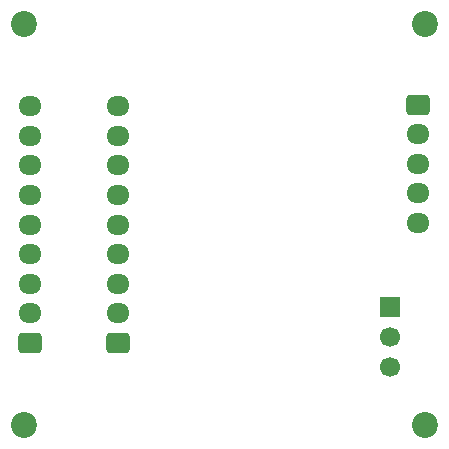
<source format=gbs>
%TF.GenerationSoftware,KiCad,Pcbnew,9.0.2*%
%TF.CreationDate,2025-09-02T23:35:07-07:00*%
%TF.ProjectId,driver,64726976-6572-42e6-9b69-6361645f7063,rev?*%
%TF.SameCoordinates,Original*%
%TF.FileFunction,Soldermask,Bot*%
%TF.FilePolarity,Negative*%
%FSLAX46Y46*%
G04 Gerber Fmt 4.6, Leading zero omitted, Abs format (unit mm)*
G04 Created by KiCad (PCBNEW 9.0.2) date 2025-09-02 23:35:07*
%MOMM*%
%LPD*%
G01*
G04 APERTURE LIST*
G04 Aperture macros list*
%AMRoundRect*
0 Rectangle with rounded corners*
0 $1 Rounding radius*
0 $2 $3 $4 $5 $6 $7 $8 $9 X,Y pos of 4 corners*
0 Add a 4 corners polygon primitive as box body*
4,1,4,$2,$3,$4,$5,$6,$7,$8,$9,$2,$3,0*
0 Add four circle primitives for the rounded corners*
1,1,$1+$1,$2,$3*
1,1,$1+$1,$4,$5*
1,1,$1+$1,$6,$7*
1,1,$1+$1,$8,$9*
0 Add four rect primitives between the rounded corners*
20,1,$1+$1,$2,$3,$4,$5,0*
20,1,$1+$1,$4,$5,$6,$7,0*
20,1,$1+$1,$6,$7,$8,$9,0*
20,1,$1+$1,$8,$9,$2,$3,0*%
G04 Aperture macros list end*
%ADD10RoundRect,0.250000X-0.725000X0.600000X-0.725000X-0.600000X0.725000X-0.600000X0.725000X0.600000X0*%
%ADD11O,1.950000X1.700000*%
%ADD12R,1.700000X1.700000*%
%ADD13C,1.700000*%
%ADD14C,2.200000*%
%ADD15RoundRect,0.250000X0.725000X-0.600000X0.725000X0.600000X-0.725000X0.600000X-0.725000X-0.600000X0*%
G04 APERTURE END LIST*
D10*
%TO.C,Motor1*%
X66398240Y-39849000D03*
D11*
X66398240Y-42349000D03*
X66398240Y-44849000D03*
X66398240Y-47349000D03*
X66398240Y-49849000D03*
%TD*%
D12*
%TO.C,Hall1*%
X64000000Y-57000000D03*
D13*
X64000000Y-59540000D03*
X64000000Y-62080000D03*
%TD*%
D14*
%TO.C,H4*%
X67000000Y-33000000D03*
%TD*%
%TO.C,H3*%
X67000000Y-67000000D03*
%TD*%
%TO.C,H1*%
X33000000Y-67000000D03*
%TD*%
%TO.C,H2*%
X33000000Y-33000000D03*
%TD*%
D15*
%TO.C,Peri1*%
X33500000Y-60000000D03*
D11*
X33500000Y-57500000D03*
X33500000Y-55000000D03*
X33500000Y-52500000D03*
X33500000Y-50000000D03*
X33500000Y-47500000D03*
X33500000Y-45000000D03*
X33500000Y-42500000D03*
X33500000Y-40000000D03*
%TD*%
D15*
%TO.C,Ctrl1*%
X41000000Y-60000000D03*
D11*
X41000000Y-57500000D03*
X41000000Y-55000000D03*
X41000000Y-52500000D03*
X41000000Y-50000000D03*
X41000000Y-47500000D03*
X41000000Y-45000000D03*
X41000000Y-42500000D03*
X41000000Y-40000000D03*
%TD*%
M02*

</source>
